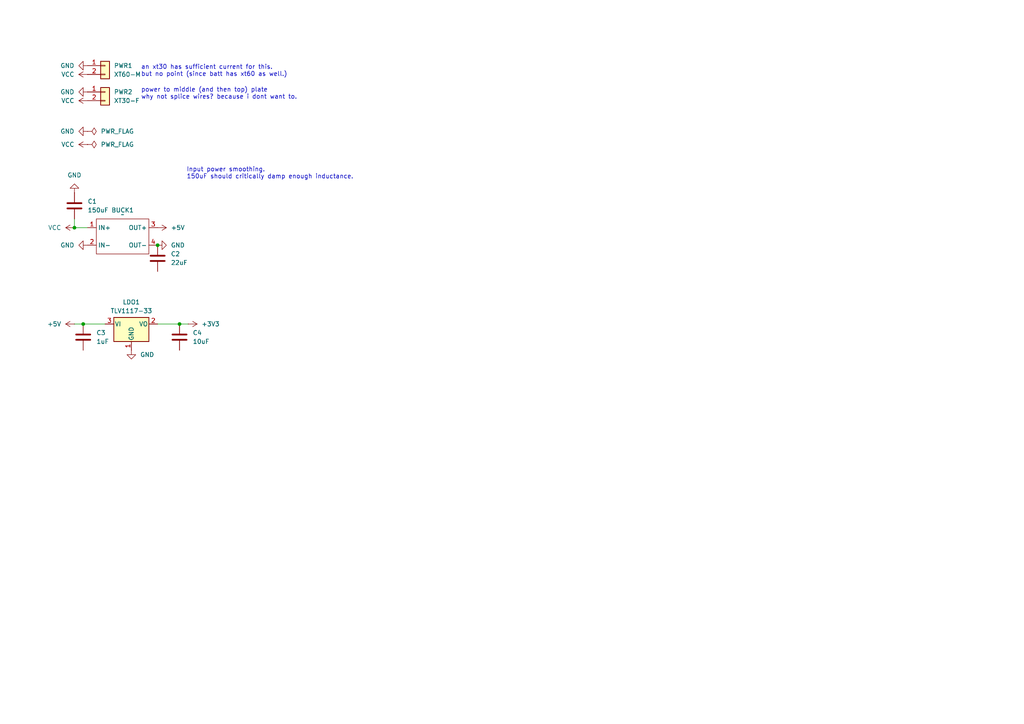
<source format=kicad_sch>
(kicad_sch (version 20231120) (generator "eeschema") (generator_version "8.0")
  (paper "A4")
  (lib_symbols
    (symbol "Connector_Generic:Conn_01x02" (pin_names (offset 1.016) hide)
      (property "Reference" "J" (at 0 2.54 0))
      (property "Value" "Conn_01x02" (at 0 -5.08 0))
      (symbol "Conn_01x02_1_1"
        (rectangle (start -1.27 -2.413) (end 0 -2.667) (stroke (width 0.1524)))
        (rectangle (start -1.27 0.127) (end 0 -0.127) (stroke (width 0.1524)))
        (rectangle (start -1.27 1.27) (end 1.27 -3.81) (stroke (width 0.254)) (fill (type background)))
        (pin passive line (at -5.08 0 0) (length 3.81) (name "Pin_1") (number "1"))
        (pin passive line (at -5.08 -2.54 0) (length 3.81) (name "Pin_2") (number "2"))
      )
    )
    (symbol "Device:C" (pin_numbers hide) (pin_names (offset 0.254))
      (property "Reference" "C" (at 0.635 2.54 0))
      (property "Value" "C" (at 0.635 -2.54 0))
      (symbol "C_0_1"
        (polyline (pts (xy -2.032 -0.762) (xy 2.032 -0.762)) (stroke (width 0.508)))
        (polyline (pts (xy -2.032 0.762) (xy 2.032 0.762)) (stroke (width 0.508)))
      )
      (symbol "C_1_1"
        (pin passive line (at 0 3.81 270) (length 2.794) (name "~") (number "1"))
        (pin passive line (at 0 -3.81 90) (length 2.794) (name "~") (number "2"))
      )
    )
    (symbol "Regulator_Linear:TLV1117-33" (pin_names (offset 0.254))
      (property "Reference" "U" (at -3.81 3.175 0))
      (property "Value" "TLV1117-33" (at 0 3.175 0))
      (symbol "TLV1117-33_0_1"
        (rectangle (start -5.08 -5.08) (end 5.08 1.905) (stroke (width 0.254)) (fill (type background)))
      )
      (symbol "TLV1117-33_1_1"
        (pin power_in line (at 0 -7.62 90) (length 2.54) (name "GND") (number "1"))
        (pin power_out line (at 7.62 0 180) (length 2.54) (name "VO") (number "2"))
        (pin power_in line (at -7.62 0 0) (length 2.54) (name "VI") (number "3"))
      )
    )
    (symbol "custom:mini360/560"
      (property "Reference" "U" (at 0 0 0))
      (symbol "mini360/560_0_1"
        (rectangle (start -7.62 5.08) (end 7.62 -5.08))
      )
      (symbol "mini360/560_1_1"
        (pin input line (at -10.16 2.54 0) (length 2.54) (name "IN+") (number "1"))
        (pin input line (at -10.16 -2.54 0) (length 2.54) (name "IN-") (number "2"))
        (pin input line (at 10.16 2.54 180) (length 2.54) (name "OUT+") (number "3"))
        (pin input line (at 10.16 -2.54 180) (length 2.54) (name "OUT-") (number "4"))
      )
    )
    (symbol "power:+12V" (power) (pin_numbers hide) (pin_names (offset 0) hide)
      (property "Value" "+12V" (at 0 3.556 0))
      (symbol "+12V_0_1"
        (polyline (pts (xy -0.762 1.27) (xy 0 2.54)))
        (polyline (pts (xy 0 0) (xy 0 2.54)))
        (polyline (pts (xy 0 2.54) (xy 0.762 1.27)))
      )
      (symbol "+12V_1_1"
        (pin power_in line (at 0 0 90) (length 0) (name "~") (number "1"))
      )
    )
    (symbol "power:+3V3" (power) (pin_numbers hide) (pin_names (offset 0) hide)
      (property "Value" "+3V3" (at 0 3.556 0))
      (symbol "+3V3_0_1"
        (polyline (pts (xy -0.762 1.27) (xy 0 2.54)))
        (polyline (pts (xy 0 0) (xy 0 2.54)))
        (polyline (pts (xy 0 2.54) (xy 0.762 1.27)))
      )
      (symbol "+3V3_1_1"
        (pin power_in line (at 0 0 90) (length 0) (name "~") (number "1"))
      )
    )
    (symbol "power:+5V" (power) (pin_numbers hide) (pin_names (offset 0) hide)
      (property "Value" "+5V" (at 0 3.556 0))
      (symbol "+5V_0_1"
        (polyline (pts (xy -0.762 1.27) (xy 0 2.54)))
        (polyline (pts (xy 0 0) (xy 0 2.54)))
        (polyline (pts (xy 0 2.54) (xy 0.762 1.27)))
      )
      (symbol "+5V_1_1"
        (pin power_in line (at 0 0 90) (length 0) (name "~") (number "1"))
      )
    )
    (symbol "power:GND" (power) (pin_numbers hide) (pin_names (offset 0) hide)
      (property "Value" "GND" (at 0 -3.81 0))
      (symbol "GND_0_1"
        (polyline (pts (xy 0 0) (xy 0 -1.27) (xy 1.27 -1.27) (xy 0 -2.54) (xy -1.27 -1.27) (xy 0 -1.27)))
      )
      (symbol "GND_1_1"
        (pin power_in line (at 0 0 270) (length 0) (name "~") (number "1"))
      )
    )
    (symbol "power:PWR_FLAG" (power) (pin_numbers hide) (pin_names (offset 0) hide)
      (property "Value" "PWR_FLAG" (at 0 3.81 0))
      (symbol "PWR_FLAG_0_0"
        (pin power_out line (at 0 0 90) (length 0) (name "~") (number "1"))
      )
      (symbol "PWR_FLAG_0_1"
        (polyline (pts (xy 0 0) (xy 0 1.27) (xy -1.016 1.905) (xy 0 2.54) (xy 1.016 1.905) (xy 0 1.27)))
      )
    )
  )
  (junction (at 21.59 66.04))
  (junction (at 24.13 93.98))
  (junction (at 52.07 93.98))
  (junction (at 45.72 71.12))
  (wire (pts (xy 45.72 93.98) (xy 52.07 93.98)))
  (wire (pts (xy 21.59 93.98) (xy 24.13 93.98)))
  (wire (pts (xy 24.13 93.98) (xy 30.48 93.98)))
  (wire (pts (xy 52.07 93.98) (xy 54.61 93.98)))
  (wire (pts (xy 21.59 63.5) (xy 21.59 66.04)))
  (wire (pts (xy 21.59 66.04) (xy 25.4 66.04)))
  (text "power to middle (and then top) plate\nwhy not splice wires? because i dont want to." (at 40.894 27.178 0) (effects (font (size 1.27 1.27)) (justify left)))
  (text "an xt30 has sufficient current for this.\nbut no point (since batt has xt60 as well.)" (at 40.894 20.574 0) (effects (font (size 1.27 1.27)) (justify left)))
  (text "Input power smoothing.\n150uF should critically damp enough inductance." (at 54.102 50.292 0) (effects (font (size 1.27 1.27)) (justify left)))
  (symbol (lib_id "Connector_Generic:Conn_01x02") (at 30.48 26.67 0) (unit 1)
    (property "Reference" "PWR2" (at 33.02 26.6699 0) (effects (justify left)))
    (property "Value" "XT30-F" (at 33.02 29.2099 0) (effects (justify left)))
    (property "Footprint" "Connector_AMASS:AMASS_XT30U-F_1x02_P5.0mm_Vertical" (effects (hide yes)))
    (property "Description" "Generic connector, single row, 01x02, script generated (kicad-library-utils/schlib/autogen/connector/)" (effects (hide yes)))
  )
  (symbol (lib_id "power:+12V") (at 25.4 29.21 90) (unit 1)
    (property "Reference" "#PWR0170" (effects (hide yes)))
    (property "Value" "VCC" (at 21.59 29.2099 90) (effects (justify left)))
    (property "Description" "Power symbol creates a global label with name \"+12V\"" (effects (hide yes)))
  )
  (symbol (lib_id "power:GND") (at 21.59 55.88 180) (unit 1)
    (property "Reference" "#PWR0162" (effects (hide yes)))
    (property "Value" "GND" (at 21.59 50.8 0))
    (property "Description" "Power symbol creates a global label with name \"GND\" , ground" (effects (hide yes)))
  )
  (symbol (lib_id "Device:C") (at 52.07 97.79 180) (unit 1)
    (property "Reference" "C4" (at 55.88 96.5199 0) (effects (justify right)))
    (property "Value" "10uF" (at 55.88 99.0599 0) (effects (justify right)))
    (property "Footprint" "PCM_Capacitor_SMD_AKL:C_0805_2012Metric_Pad1.15x1.40mm_HandSolder" (effects (hide yes)))
    (property "Description" "Unpolarized capacitor" (effects (hide yes)))
  )
  (symbol (lib_id "Device:C") (at 24.13 97.79 180) (unit 1)
    (property "Reference" "C3" (at 27.94 96.5199 0) (effects (justify right)))
    (property "Value" "1uF" (at 27.94 99.0599 0) (effects (justify right)))
    (property "Footprint" "PCM_Capacitor_SMD_AKL:C_0805_2012Metric_Pad1.15x1.40mm_HandSolder" (effects (hide yes)))
    (property "Description" "Unpolarized capacitor" (effects (hide yes)))
  )
  (symbol (lib_id "Regulator_Linear:TLV1117-33") (at 38.1 93.98 0) (unit 1)
    (property "Reference" "LDO1" (at 38.1 87.63 0))
    (property "Value" "TLV1117-33" (at 38.1 90.17 0))
    (property "Footprint" "Package_TO_SOT_SMD:SOT-223-3_TabPin2" (effects (hide yes)))
    (property "Datasheet" "http://www.ti.com/lit/ds/symlink/tlv1117.pdf" (effects (hide yes)))
    (property "Description" "800mA Low-Dropout Linear Regulator, 3.3V fixed output, TO-220/TO-252/TO-263/SOT-223" (effects (hide yes)))
  )
  (symbol (lib_id "power:+12V") (at 21.59 66.04 90) (mirror x) (unit 1)
    (property "Reference" "#PWR0163" (effects (hide yes)))
    (property "Value" "VCC" (at 17.78 66.0399 90) (effects (justify left)))
    (property "Description" "Power symbol creates a global label with name \"+12V\"" (effects (hide yes)))
  )
  (symbol (lib_id "power:+3V3") (at 54.61 93.98 270) (unit 1)
    (property "Reference" "#PWR04" (effects (hide yes)))
    (property "Value" "+3V3" (at 58.42 93.9799 90) (effects (justify left)))
    (property "Description" "Power symbol creates a global label with name \"+3V3\"" (effects (hide yes)))
  )
  (symbol (lib_id "power:+5V") (at 21.59 93.98 90) (unit 1)
    (property "Reference" "#PWR0166" (effects (hide yes)))
    (property "Value" "+5V" (at 17.78 93.9799 90) (effects (justify left)))
    (property "Description" "Power symbol creates a global label with name \"+5V\"" (effects (hide yes)))
  )
  (symbol (lib_id "power:+5V") (at 45.72 66.04 270) (mirror x) (unit 1)
    (property "Reference" "#PWR0164" (effects (hide yes)))
    (property "Value" "+5V" (at 49.53 66.0399 90) (effects (justify left)))
    (property "Description" "Power symbol creates a global label with name \"+5V\"" (effects (hide yes)))
  )
  (symbol (lib_id "power:PWR_FLAG") (at 25.4 41.91 270) (unit 1)
    (property "Reference" "#FLG02" (effects (hide yes)))
    (property "Value" "PWR_FLAG" (at 29.21 41.9099 90) (effects (justify left)))
    (property "Description" "Special symbol for telling ERC where power comes from" (effects (hide yes)))
  )
  (symbol (lib_id "power:GND") (at 25.4 71.12 270) (mirror x) (unit 1)
    (property "Reference" "#PWR0165" (effects (hide yes)))
    (property "Value" "GND" (at 21.59 71.1199 90) (effects (justify right)))
    (property "Description" "Power symbol creates a global label with name \"GND\" , ground" (effects (hide yes)))
  )
  (symbol (lib_id "power:GND") (at 45.72 71.12 90) (mirror x) (unit 1)
    (property "Reference" "#PWR0169" (effects (hide yes)))
    (property "Value" "GND" (at 49.53 71.1199 90) (effects (justify right)))
    (property "Description" "Power symbol creates a global label with name \"GND\" , ground" (effects (hide yes)))
  )
  (symbol (lib_id "power:GND") (at 25.4 26.67 270) (unit 1)
    (property "Reference" "#PWR0167" (effects (hide yes)))
    (property "Value" "GND" (at 21.59 26.6699 90) (effects (justify right)))
    (property "Description" "Power symbol creates a global label with name \"GND\" , ground" (effects (hide yes)))
  )
  (symbol (lib_id "power:PWR_FLAG") (at 25.4 38.1 270) (unit 1)
    (property "Reference" "#FLG01" (effects (hide yes)))
    (property "Value" "PWR_FLAG" (at 29.21 38.0999 90) (effects (justify left)))
    (property "Description" "Special symbol for telling ERC where power comes from" (effects (hide yes)))
  )
  (symbol (lib_id "power:GND") (at 38.1 101.6 0) (mirror y) (unit 1)
    (property "Reference" "#PWR0168" (effects (hide yes)))
    (property "Value" "GND" (at 40.64 102.8699 0) (effects (justify right)))
    (property "Description" "Power symbol creates a global label with name \"GND\" , ground" (effects (hide yes)))
  )
  (symbol (lib_id "power:+12V") (at 25.4 21.59 90) (unit 1)
    (property "Reference" "#PWR02" (effects (hide yes)))
    (property "Value" "VCC" (at 21.59 21.5899 90) (effects (justify left)))
    (property "Description" "Power symbol creates a global label with name \"+12V\"" (effects (hide yes)))
  )
  (symbol (lib_id "power:GND") (at 25.4 38.1 270) (unit 1)
    (property "Reference" "#PWR0159" (effects (hide yes)))
    (property "Value" "GND" (at 21.59 38.0999 90) (effects (justify right)))
    (property "Description" "Power symbol creates a global label with name \"GND\" , ground" (effects (hide yes)))
  )
  (symbol (lib_id "custom:mini360/560") (at 35.56 68.58 0) (unit 1)
    (property "Reference" "BUCK1" (at 35.56 60.96 0))
    (property "Value" "~" (at 35.56 62.23 0))
    (property "Footprint" "custom:mini560" (effects (hide yes)))
  )
  (symbol (lib_id "power:+12V") (at 25.4 41.91 90) (unit 1)
    (property "Reference" "#PWR0160" (effects (hide yes)))
    (property "Value" "VCC" (at 21.59 41.9099 90) (effects (justify left)))
    (property "Description" "Power symbol creates a global label with name \"+12V\"" (effects (hide yes)))
  )
  (symbol (lib_id "Device:C") (at 45.72 74.93 0) (mirror y) (unit 1)
    (property "Reference" "C2" (at 49.53 73.6599 0) (effects (justify right)))
    (property "Value" "22uF" (at 49.53 76.1999 0) (effects (justify right)))
    (property "Footprint" "PCM_Capacitor_SMD_AKL:C_0805_2012Metric_Pad1.15x1.40mm_HandSolder" (effects (hide yes)))
    (property "Description" "Unpolarized capacitor" (effects (hide yes)))
  )
  (symbol (lib_id "power:GND") (at 25.4 19.05 270) (unit 1)
    (property "Reference" "#PWR01" (effects (hide yes)))
    (property "Value" "GND" (at 21.59 19.0499 90) (effects (justify right)))
    (property "Description" "Power symbol creates a global label with name \"GND\" , ground" (effects (hide yes)))
  )
  (symbol (lib_id "Device:C") (at 21.59 59.69 0) (unit 1)
    (property "Reference" "C1" (at 25.4 58.4199 0) (effects (justify left)))
    (property "Value" "150uF" (at 25.4 60.9599 0) (effects (justify left)))
    (property "Footprint" "Capacitor_SMD:CP_Elec_6.3x7.7" (effects (hide yes)))
    (property "Description" "Unpolarized capacitor" (effects (hide yes)))
  )
  (symbol (lib_id "Connector_Generic:Conn_01x02") (at 30.48 19.05 0) (unit 1)
    (property "Reference" "PWR1" (at 33.02 19.0499 0) (effects (justify left)))
    (property "Value" "XT60-M" (at 33.02 21.5899 0) (effects (justify left)))
    (property "Footprint" "Connector_AMASS:AMASS_XT60-M_1x02_P7.20mm_Vertical" (effects (hide yes)))
    (property "Description" "Generic connector, single row, 01x02, script generated (kicad-library-utils/schlib/autogen/connector/)" (effects (hide yes)))
  )
)
</source>
